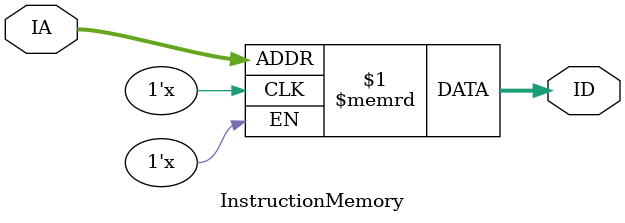
<source format=v>
`timescale 1ns / 1ps

module InstructionMemory( 
	input [31:0]  IA,         
	output  [31:0]  ID   
	); 
    
    reg [31:0] mem[1023:0]; 
    
    assign ID = mem[IA];	

endmodule

</source>
